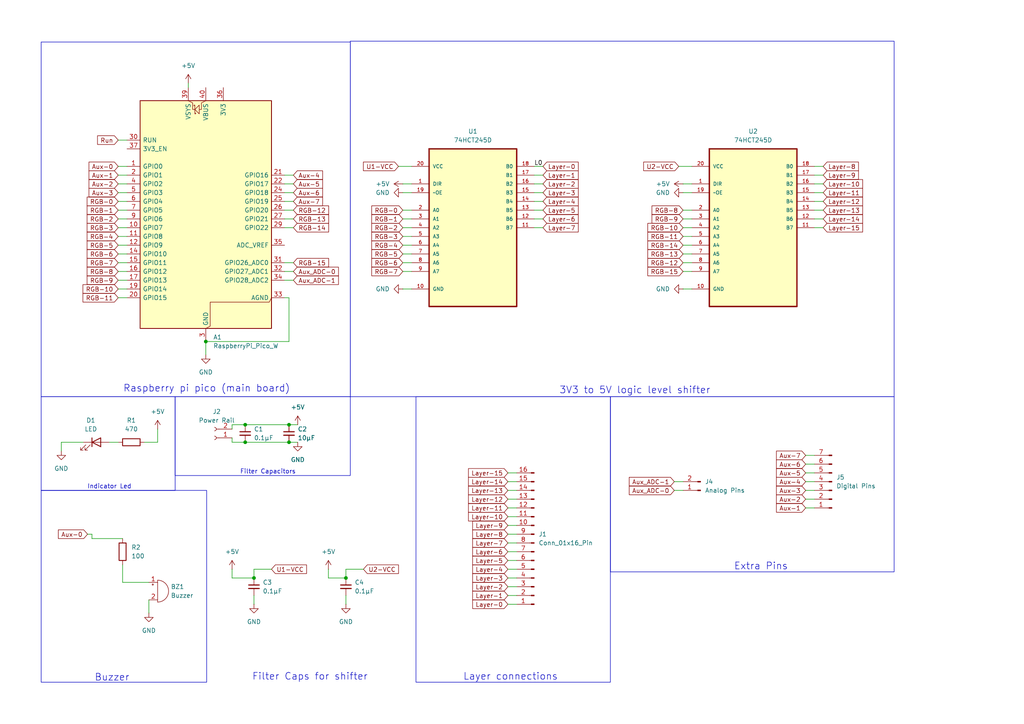
<source format=kicad_sch>
(kicad_sch (version 20250114) (generator "eeschema") (generator_version "9.0")
  (paper "A4")
  (title_block (title "Main - PCB") (date "2025-07-06") (rev "1") (company "N/A"))
  (lib_symbols
    (symbol "74HCT245D:74HCT245D" (pin_names (offset 1.016))
      (property "Reference" "U" (at -5.3701 23.1091 0))
      (property "Value" "74HCT245D" (at -3.4595 -30.2704 0))
      (symbol "74HCT245D_0_0"
        (rectangle (start -12.7 -25.4) (end 12.7 20.32) (stroke (width 0.4064)) (fill (type background)))
        (pin power_in line (at -17.78 15.24 0) (length 5.08) (name "VCC") (number "20"))
        (pin passive line (at -17.78 10.16 0) (length 5.08) (name "DIR") (number "1"))
        (pin input line (at -17.78 7.62 0) (length 5.08) (name "~OE") (number "19"))
        (pin bidirectional line (at -17.78 2.54 0) (length 5.08) (name "A0") (number "2"))
        (pin bidirectional line (at -17.78 0 0) (length 5.08) (name "A1") (number "3"))
        (pin bidirectional line (at -17.78 -2.54 0) (length 5.08) (name "A2") (number "4"))
        (pin bidirectional line (at -17.78 -5.08 0) (length 5.08) (name "A3") (number "5"))
        (pin bidirectional line (at -17.78 -7.62 0) (length 5.08) (name "A4") (number "6"))
        (pin bidirectional line (at -17.78 -10.16 0) (length 5.08) (name "A5") (number "7"))
        (pin bidirectional line (at -17.78 -12.7 0) (length 5.08) (name "A6") (number "8"))
        (pin bidirectional line (at -17.78 -15.24 0) (length 5.08) (name "A7") (number "9"))
        (pin passive line (at -17.78 -20.32 0) (length 5.08) (name "GND") (number "10"))
        (pin bidirectional line (at 17.78 15.24 180) (length 5.08) (name "B0") (number "18"))
        (pin bidirectional line (at 17.78 12.7 180) (length 5.08) (name "B1") (number "17"))
        (pin bidirectional line (at 17.78 10.16 180) (length 5.08) (name "B2") (number "16"))
        (pin bidirectional line (at 17.78 7.62 180) (length 5.08) (name "B3") (number "15"))
        (pin bidirectional line (at 17.78 5.08 180) (length 5.08) (name "B4") (number "14"))
        (pin bidirectional line (at 17.78 2.54 180) (length 5.08) (name "B5") (number "13"))
        (pin bidirectional line (at 17.78 0 180) (length 5.08) (name "B6") (number "12"))
        (pin bidirectional line (at 17.78 -2.54 180) (length 5.08) (name "B7") (number "11"))
      )
    )
    (symbol "Connector:Conn_01x02_Pin" (pin_names (offset 1.016) (hide yes))
      (property "Reference" "J" (at 0 2.54 0))
      (property "Value" "Conn_01x02_Pin" (at 0 -5.08 0))
      (symbol "Conn_01x02_Pin_1_1"
        (rectangle (start 0.8636 0.127) (end 0 -0.127) (stroke (width 0.1524)) (fill (type outline)))
        (rectangle (start 0.8636 -2.413) (end 0 -2.667) (stroke (width 0.1524)) (fill (type outline)))
        (polyline (pts (xy 1.27 0) (xy 0.8636 0)) (stroke (width 0.1524)))
        (polyline (pts (xy 1.27 -2.54) (xy 0.8636 -2.54)) (stroke (width 0.1524)))
        (pin passive line (at 5.08 0 180) (length 3.81) (name "Pin_1") (number "1"))
        (pin passive line (at 5.08 -2.54 180) (length 3.81) (name "Pin_2") (number "2"))
      )
    )
    (symbol "Connector:Conn_01x02_Socket" (pin_names (offset 1.016) (hide yes))
      (property "Reference" "J" (at 0 2.54 0))
      (property "Value" "Conn_01x02_Socket" (at 0 -5.08 0))
      (symbol "Conn_01x02_Socket_1_1"
        (polyline (pts (xy -1.27 0) (xy -0.508 0)) (stroke (width 0.1524)))
        (polyline (pts (xy -1.27 -2.54) (xy -0.508 -2.54)) (stroke (width 0.1524)))
        (arc (start 0 -0.508) (mid -0.5058 0) (end 0 0.508) (stroke (width 0.1524)))
        (arc (start 0 -3.048) (mid -0.5058 -2.54) (end 0 -2.032) (stroke (width 0.1524)))
        (pin passive line (at -5.08 0 0) (length 3.81) (name "Pin_1") (number "1"))
        (pin passive line (at -5.08 -2.54 0) (length 3.81) (name "Pin_2") (number "2"))
      )
    )
    (symbol "Connector:Conn_01x07_Pin" (pin_names (offset 1.016) (hide yes))
      (property "Reference" "J" (at 0 10.16 0))
      (property "Value" "Conn_01x07_Pin" (at 0 -10.16 0))
      (symbol "Conn_01x07_Pin_1_1"
        (rectangle (start 0.8636 7.747) (end 0 7.493) (stroke (width 0.1524)) (fill (type outline)))
        (rectangle (start 0.8636 5.207) (end 0 4.953) (stroke (width 0.1524)) (fill (type outline)))
        (rectangle (start 0.8636 2.667) (end 0 2.413) (stroke (width 0.1524)) (fill (type outline)))
        (rectangle (start 0.8636 0.127) (end 0 -0.127) (stroke (width 0.1524)) (fill (type outline)))
        (rectangle (start 0.8636 -2.413) (end 0 -2.667) (stroke (width 0.1524)) (fill (type outline)))
        (rectangle (start 0.8636 -4.953) (end 0 -5.207) (stroke (width 0.1524)) (fill (type outline)))
        (rectangle (start 0.8636 -7.493) (end 0 -7.747) (stroke (width 0.1524)) (fill (type outline)))
        (polyline (pts (xy 1.27 7.62) (xy 0.8636 7.62)) (stroke (width 0.1524)))
        (polyline (pts (xy 1.27 5.08) (xy 0.8636 5.08)) (stroke (width 0.1524)))
        (polyline (pts (xy 1.27 2.54) (xy 0.8636 2.54)) (stroke (width 0.1524)))
        (polyline (pts (xy 1.27 0) (xy 0.8636 0)) (stroke (width 0.1524)))
        (polyline (pts (xy 1.27 -2.54) (xy 0.8636 -2.54)) (stroke (width 0.1524)))
        (polyline (pts (xy 1.27 -5.08) (xy 0.8636 -5.08)) (stroke (width 0.1524)))
        (polyline (pts (xy 1.27 -7.62) (xy 0.8636 -7.62)) (stroke (width 0.1524)))
        (pin passive line (at 5.08 7.62 180) (length 3.81) (name "Pin_1") (number "1"))
        (pin passive line (at 5.08 5.08 180) (length 3.81) (name "Pin_2") (number "2"))
        (pin passive line (at 5.08 2.54 180) (length 3.81) (name "Pin_3") (number "3"))
        (pin passive line (at 5.08 0 180) (length 3.81) (name "Pin_4") (number "4"))
        (pin passive line (at 5.08 -2.54 180) (length 3.81) (name "Pin_5") (number "5"))
        (pin passive line (at 5.08 -5.08 180) (length 3.81) (name "Pin_6") (number "6"))
        (pin passive line (at 5.08 -7.62 180) (length 3.81) (name "Pin_7") (number "7"))
      )
    )
    (symbol "Connector:Conn_01x16_Pin" (pin_names (offset 1.016) (hide yes))
      (property "Reference" "J" (at 0 20.32 0))
      (property "Value" "Conn_01x16_Pin" (at 0 -22.86 0))
      (symbol "Conn_01x16_Pin_1_1"
        (rectangle (start 0.8636 17.907) (end 0 17.653) (stroke (width 0.1524)) (fill (type outline)))
        (rectangle (start 0.8636 15.367) (end 0 15.113) (stroke (width 0.1524)) (fill (type outline)))
        (rectangle (start 0.8636 12.827) (end 0 12.573) (stroke (width 0.1524)) (fill (type outline)))
        (rectangle (start 0.8636 10.287) (end 0 10.033) (stroke (width 0.1524)) (fill (type outline)))
        (rectangle (start 0.8636 7.747) (end 0 7.493) (stroke (width 0.1524)) (fill (type outline)))
        (rectangle (start 0.8636 5.207) (end 0 4.953) (stroke (width 0.1524)) (fill (type outline)))
        (rectangle (start 0.8636 2.667) (end 0 2.413) (stroke (width 0.1524)) (fill (type outline)))
        (rectangle (start 0.8636 0.127) (end 0 -0.127) (stroke (width 0.1524)) (fill (type outline)))
        (rectangle (start 0.8636 -2.413) (end 0 -2.667) (stroke (width 0.1524)) (fill (type outline)))
        (rectangle (start 0.8636 -4.953) (end 0 -5.207) (stroke (width 0.1524)) (fill (type outline)))
        (rectangle (start 0.8636 -7.493) (end 0 -7.747) (stroke (width 0.1524)) (fill (type outline)))
        (rectangle (start 0.8636 -10.033) (end 0 -10.287) (stroke (width 0.1524)) (fill (type outline)))
        (rectangle (start 0.8636 -12.573) (end 0 -12.827) (stroke (width 0.1524)) (fill (type outline)))
        (rectangle (start 0.8636 -15.113) (end 0 -15.367) (stroke (width 0.1524)) (fill (type outline)))
        (rectangle (start 0.8636 -17.653) (end 0 -17.907) (stroke (width 0.1524)) (fill (type outline)))
        (rectangle (start 0.8636 -20.193) (end 0 -20.447) (stroke (width 0.1524)) (fill (type outline)))
        (polyline (pts (xy 1.27 17.78) (xy 0.8636 17.78)) (stroke (width 0.1524)))
        (polyline (pts (xy 1.27 15.24) (xy 0.8636 15.24)) (stroke (width 0.1524)))
        (polyline (pts (xy 1.27 12.7) (xy 0.8636 12.7)) (stroke (width 0.1524)))
        (polyline (pts (xy 1.27 10.16) (xy 0.8636 10.16)) (stroke (width 0.1524)))
        (polyline (pts (xy 1.27 7.62) (xy 0.8636 7.62)) (stroke (width 0.1524)))
        (polyline (pts (xy 1.27 5.08) (xy 0.8636 5.08)) (stroke (width 0.1524)))
        (polyline (pts (xy 1.27 2.54) (xy 0.8636 2.54)) (stroke (width 0.1524)))
        (polyline (pts (xy 1.27 0) (xy 0.8636 0)) (stroke (width 0.1524)))
        (polyline (pts (xy 1.27 -2.54) (xy 0.8636 -2.54)) (stroke (width 0.1524)))
        (polyline (pts (xy 1.27 -5.08) (xy 0.8636 -5.08)) (stroke (width 0.1524)))
        (polyline (pts (xy 1.27 -7.62) (xy 0.8636 -7.62)) (stroke (width 0.1524)))
        (polyline (pts (xy 1.27 -10.16) (xy 0.8636 -10.16)) (stroke (width 0.1524)))
        (polyline (pts (xy 1.27 -12.7) (xy 0.8636 -12.7)) (stroke (width 0.1524)))
        (polyline (pts (xy 1.27 -15.24) (xy 0.8636 -15.24)) (stroke (width 0.1524)))
        (polyline (pts (xy 1.27 -17.78) (xy 0.8636 -17.78)) (stroke (width 0.1524)))
        (polyline (pts (xy 1.27 -20.32) (xy 0.8636 -20.32)) (stroke (width 0.1524)))
        (pin passive line (at 5.08 17.78 180) (length 3.81) (name "Pin_1") (number "1"))
        (pin passive line (at 5.08 15.24 180) (length 3.81) (name "Pin_2") (number "2"))
        (pin passive line (at 5.08 12.7 180) (length 3.81) (name "Pin_3") (number "3"))
        (pin passive line (at 5.08 10.16 180) (length 3.81) (name "Pin_4") (number "4"))
        (pin passive line (at 5.08 7.62 180) (length 3.81) (name "Pin_5") (number "5"))
        (pin passive line (at 5.08 5.08 180) (length 3.81) (name "Pin_6") (number "6"))
        (pin passive line (at 5.08 2.54 180) (length 3.81) (name "Pin_7") (number "7"))
        (pin passive line (at 5.08 0 180) (length 3.81) (name "Pin_8") (number "8"))
        (pin passive line (at 5.08 -2.54 180) (length 3.81) (name "Pin_9") (number "9"))
        (pin passive line (at 5.08 -5.08 180) (length 3.81) (name "Pin_10") (number "10"))
        (pin passive line (at 5.08 -7.62 180) (length 3.81) (name "Pin_11") (number "11"))
        (pin passive line (at 5.08 -10.16 180) (length 3.81) (name "Pin_12") (number "12"))
        (pin passive line (at 5.08 -12.7 180) (length 3.81) (name "Pin_13") (number "13"))
        (pin passive line (at 5.08 -15.24 180) (length 3.81) (name "Pin_14") (number "14"))
        (pin passive line (at 5.08 -17.78 180) (length 3.81) (name "Pin_15") (number "15"))
        (pin passive line (at 5.08 -20.32 180) (length 3.81) (name "Pin_16") (number "16"))
      )
    )
    (symbol "Device:Buzzer" (pin_names (offset 0.0254) (hide yes))
      (property "Reference" "BZ" (at 3.81 1.27 0))
      (property "Value" "Buzzer" (at 3.81 -1.27 0))
      (symbol "Buzzer_0_1"
        (polyline (pts (xy -1.651 1.905) (xy -1.143 1.905)))
        (polyline (pts (xy -1.397 2.159) (xy -1.397 1.651)))
        (arc (start 0 3.175) (mid 3.1612 0) (end 0 -3.175))
        (polyline (pts (xy 0 3.175) (xy 0 -3.175)))
      )
      (symbol "Buzzer_1_1"
        (pin passive line (at -2.54 2.54 0) (length 2.54) (name "+") (number "1"))
        (pin passive line (at -2.54 -2.54 0) (length 2.54) (name "-") (number "2"))
      )
    )
    (symbol "Device:C_Small" (pin_numbers (hide yes)) (pin_names (offset 0.254) (hide yes))
      (property "Reference" "C" (at 0.254 1.778 0))
      (property "Value" "C_Small" (at 0.254 -2.032 0))
      (symbol "C_Small_0_1"
        (polyline (pts (xy -1.524 0.508) (xy 1.524 0.508)) (stroke (width 0.3048)))
        (polyline (pts (xy -1.524 -0.508) (xy 1.524 -0.508)) (stroke (width 0.3302)))
      )
      (symbol "C_Small_1_1"
        (pin passive line (at 0 2.54 270) (length 2.032) (name "~") (number "1"))
        (pin passive line (at 0 -2.54 90) (length 2.032) (name "~") (number "2"))
      )
    )
    (symbol "Device:LED" (pin_numbers (hide yes)) (pin_names (offset 1.016) (hide yes))
      (property "Reference" "D" (at 0 2.54 0))
      (property "Value" "LED" (at 0 -2.54 0))
      (symbol "LED_0_1"
        (polyline (pts (xy -3.048 -0.762) (xy -4.572 -2.286) (xy -3.81 -2.286) (xy -4.572 -2.286) (xy -4.572 -1.524)))
        (polyline (pts (xy -1.778 -0.762) (xy -3.302 -2.286) (xy -2.54 -2.286) (xy -3.302 -2.286) (xy -3.302 -1.524)))
        (polyline (pts (xy -1.27 0) (xy 1.27 0)))
        (polyline (pts (xy -1.27 -1.27) (xy -1.27 1.27)) (stroke (width 0.254)))
        (polyline (pts (xy 1.27 -1.27) (xy 1.27 1.27) (xy -1.27 0) (xy 1.27 -1.27)) (stroke (width 0.254)))
      )
      (symbol "LED_1_1"
        (pin passive line (at -3.81 0 0) (length 2.54) (name "K") (number "1"))
        (pin passive line (at 3.81 0 180) (length 2.54) (name "A") (number "2"))
      )
    )
    (symbol "Device:R" (pin_numbers (hide yes)) (pin_names (offset 0))
      (property "Reference" "R" (at 2.032 0 90))
      (property "Value" "R" (at 0 0 90))
      (symbol "R_0_1"
        (rectangle (start -1.016 -2.54) (end 1.016 2.54) (stroke (width 0.254)))
      )
      (symbol "R_1_1"
        (pin passive line (at 0 3.81 270) (length 1.27) (name "~") (number "1"))
        (pin passive line (at 0 -3.81 90) (length 1.27) (name "~") (number "2"))
      )
    )
    (symbol "MCU_Module:RaspberryPi_Pico_W" (pin_names (offset 0.762))
      (property "Reference" "A" (at -19.05 35.56 0))
      (property "Value" "RaspberryPi_Pico_W" (at 7.62 35.56 0))
      (symbol "RaspberryPi_Pico_W_0_1"
        (rectangle (start -19.05 34.29) (end 19.05 -31.75) (stroke (width 0.254)) (fill (type background)))
        (polyline (pts (xy -5.08 34.29) (xy -3.81 33.655) (xy -3.81 31.75) (xy -3.175 31.75)))
        (polyline (pts (xy -3.429 32.766) (xy -3.429 33.02) (xy -3.175 33.02) (xy -3.175 30.48) (xy -2.921 30.48) (xy -2.921 30.734)))
        (polyline (pts (xy -3.175 31.75) (xy -1.905 33.02) (xy -1.905 30.48) (xy -3.175 31.75)))
        (polyline (pts (xy 0 34.29) (xy -1.27 33.655) (xy -1.27 31.75) (xy -1.905 31.75)))
        (polyline (pts (xy 0 -31.75) (xy 1.27 -31.115) (xy 1.27 -24.13) (xy 18.415 -24.13) (xy 19.05 -22.86)))
      )
      (symbol "RaspberryPi_Pico_W_1_1"
        (pin passive line (at -22.86 22.86 0) (length 3.81) (name "RUN") (number "30"))
        (pin passive line (at -22.86 20.32 0) (length 3.81) (name "3V3_EN") (number "37"))
        (pin bidirectional line (at -22.86 15.24 0) (length 3.81) (name "GPIO0") (number "1"))
        (pin bidirectional line (at -22.86 12.7 0) (length 3.81) (name "GPIO1") (number "2"))
        (pin bidirectional line (at -22.86 10.16 0) (length 3.81) (name "GPIO2") (number "4"))
        (pin bidirectional line (at -22.86 7.62 0) (length 3.81) (name "GPIO3") (number "5"))
        (pin bidirectional line (at -22.86 5.08 0) (length 3.81) (name "GPIO4") (number "6"))
        (pin bidirectional line (at -22.86 2.54 0) (length 3.81) (name "GPIO5") (number "7"))
        (pin bidirectional line (at -22.86 0 0) (length 3.81) (name "GPIO6") (number "9"))
        (pin bidirectional line (at -22.86 -2.54 0) (length 3.81) (name "GPIO7") (number "10"))
        (pin bidirectional line (at -22.86 -5.08 0) (length 3.81) (name "GPIO8") (number "11"))
        (pin bidirectional line (at -22.86 -7.62 0) (length 3.81) (name "GPIO9") (number "12"))
        (pin bidirectional line (at -22.86 -10.16 0) (length 3.81) (name "GPIO10") (number "14"))
        (pin bidirectional line (at -22.86 -12.7 0) (length 3.81) (name "GPIO11") (number "15"))
        (pin bidirectional line (at -22.86 -15.24 0) (length 3.81) (name "GPIO12") (number "16"))
        (pin bidirectional line (at -22.86 -17.78 0) (length 3.81) (name "GPIO13") (number "17"))
        (pin bidirectional line (at -22.86 -20.32 0) (length 3.81) (name "GPIO14") (number "19"))
        (pin bidirectional line (at -22.86 -22.86 0) (length 3.81) (name "GPIO15") (number "20"))
        (pin power_in line (at -5.08 38.1 270) (length 3.81) (name "VSYS") (number "39"))
        (pin power_out line (at 0 38.1 270) (length 3.81) (name "VBUS") (number "40"))
        (pin passive line (at 0 -35.56 90) (length 3.81) (hide yes) (name "GND") (number "13"))
        (pin passive line (at 0 -35.56 90) (length 3.81) (hide yes) (name "GND") (number "18"))
        (pin passive line (at 0 -35.56 90) (length 3.81) (hide yes) (name "GND") (number "23"))
        (pin passive line (at 0 -35.56 90) (length 3.81) (hide yes) (name "GND") (number "28"))
        (pin power_out line (at 0 -35.56 90) (length 3.81) (name "GND") (number "3"))
        (pin passive line (at 0 -35.56 90) (length 3.81) (hide yes) (name "GND") (number "38"))
        (pin passive line (at 0 -35.56 90) (length 3.81) (hide yes) (name "GND") (number "8"))
        (pin power_out line (at 5.08 38.1 270) (length 3.81) (name "3V3") (number "36"))
        (pin bidirectional line (at 22.86 12.7 180) (length 3.81) (name "GPIO16") (number "21"))
        (pin bidirectional line (at 22.86 10.16 180) (length 3.81) (name "GPIO17") (number "22"))
        (pin bidirectional line (at 22.86 7.62 180) (length 3.81) (name "GPIO18") (number "24"))
        (pin bidirectional line (at 22.86 5.08 180) (length 3.81) (name "GPIO19") (number "25"))
        (pin bidirectional line (at 22.86 2.54 180) (length 3.81) (name "GPIO20") (number "26"))
        (pin bidirectional line (at 22.86 0 180) (length 3.81) (name "GPIO21") (number "27"))
        (pin bidirectional line (at 22.86 -2.54 180) (length 3.81) (name "GPIO22") (number "29"))
        (pin power_in line (at 22.86 -7.62 180) (length 3.81) (name "ADC_VREF") (number "35"))
        (pin bidirectional line (at 22.86 -12.7 180) (length 3.81) (name "GPIO26_ADC0") (number "31"))
        (pin bidirectional line (at 22.86 -15.24 180) (length 3.81) (name "GPIO27_ADC1") (number "32"))
        (pin bidirectional line (at 22.86 -17.78 180) (length 3.81) (name "GPIO28_ADC2") (number "34"))
        (pin power_out line (at 22.86 -22.86 180) (length 3.81) (name "AGND") (number "33"))
      )
    )
    (symbol "power:+5V" (power) (pin_numbers (hide yes)) (pin_names (offset 0) (hide yes))
      (property "Value" "+5V" (at 0 3.556 0))
      (symbol "+5V_0_1"
        (polyline (pts (xy -0.762 1.27) (xy 0 2.54)))
        (polyline (pts (xy 0 2.54) (xy 0.762 1.27)))
        (polyline (pts (xy 0 0) (xy 0 2.54)))
      )
      (symbol "+5V_1_1"
        (pin power_in line (at 0 0 90) (length 0) (name "~") (number "1"))
      )
    )
    (symbol "power:GND" (power) (pin_numbers (hide yes)) (pin_names (offset 0) (hide yes))
      (property "Value" "GND" (at 0 -3.81 0))
      (symbol "GND_0_1"
        (polyline (pts (xy 0 0) (xy 0 -1.27) (xy 1.27 -1.27) (xy 0 -2.54) (xy -1.27 -1.27) (xy 0 -1.27)))
      )
      (symbol "GND_1_1"
        (pin power_in line (at 0 0 270) (length 0) (name "~") (number "1"))
      )
    )
  )
  (rectangle (start 177.038 115.062) (end 259.334 165.862))
  (rectangle (start 50.8 115.062) (end 101.6 137.922))
  (rectangle (start 11.938 12.192) (end 101.6 115.062))
  (rectangle (start 11.938 115.062) (end 50.8 142.24))
  (rectangle (start 11.938 142.24) (end 59.944 197.866))
  (rectangle (start 101.6 11.938) (end 259.334 115.062))
  (rectangle (start 120.65 115.062) (end 177.038 197.866))
  (text "Extra Pins\n" (at 220.726 164.338 0) (effects (font (size 2 2))))
  (text "3V3 to 5V logic level shifter\n" (at 184.15 113.284 0) (effects (font (size 2 2))))
  (text "Filter Caps for shifter\n" (at 89.916 196.342 0) (effects (font (size 2 2))))
  (text "Indicator Led\n" (at 31.75 141.224 0) (effects (font (size 1.27 1.27))))
  (text "Filter Capacitors\n" (at 77.724 136.906 0) (effects (font (size 1.27 1.27))))
  (text "Layer connections\n" (at 148.082 196.342 0) (effects (font (size 2 2))))
  (text "Buzzer" (at 32.512 196.596 0) (effects (font (size 2 2))))
  (text "Raspberry pi pico (main board) \n" (at 60.706 112.776 0) (effects (font (size 2 2))))
  (junction (at 59.69 99.06))
  (junction (at 83.82 123.19))
  (junction (at 71.12 128.27))
  (junction (at 71.12 123.19))
  (junction (at 73.66 167.64))
  (junction (at 83.82 128.27))
  (junction (at 100.33 167.64))
  (wire (pts (xy 147.32 147.32) (xy 149.86 147.32)))
  (wire (pts (xy 233.68 137.16) (xy 236.22 137.16)))
  (wire (pts (xy 45.72 124.46) (xy 45.72 128.27)))
  (wire (pts (xy 34.29 66.04) (xy 36.83 66.04)))
  (wire (pts (xy 236.22 48.26) (xy 238.76 48.26)))
  (wire (pts (xy 73.66 165.1) (xy 73.66 167.64)))
  (wire (pts (xy 116.84 63.5) (xy 119.38 63.5)))
  (wire (pts (xy 147.32 154.94) (xy 149.86 154.94)))
  (wire (pts (xy 34.29 83.82) (xy 36.83 83.82)))
  (wire (pts (xy 82.55 81.28) (xy 85.09 81.28)))
  (wire (pts (xy 116.84 66.04) (xy 119.38 66.04)))
  (wire (pts (xy 147.32 139.7) (xy 149.86 139.7)))
  (wire (pts (xy 147.32 142.24) (xy 149.86 142.24)))
  (wire (pts (xy 82.55 50.8) (xy 85.09 50.8)))
  (wire (pts (xy 67.31 167.64) (xy 73.66 167.64)))
  (wire (pts (xy 195.58 142.24) (xy 198.12 142.24)))
  (wire (pts (xy 73.66 172.72) (xy 73.66 175.26)))
  (wire (pts (xy 147.32 162.56) (xy 149.86 162.56)))
  (wire (pts (xy 34.29 73.66) (xy 36.83 73.66)))
  (wire (pts (xy 100.33 172.72) (xy 100.33 175.26)))
  (wire (pts (xy 198.12 83.82) (xy 200.66 83.82)))
  (wire (pts (xy 198.12 76.2) (xy 200.66 76.2)))
  (wire (pts (xy 34.29 78.74) (xy 36.83 78.74)))
  (wire (pts (xy 147.32 160.02) (xy 149.86 160.02)))
  (wire (pts (xy 154.94 63.5) (xy 157.48 63.5)))
  (wire (pts (xy 59.69 99.06) (xy 59.69 102.87)))
  (wire (pts (xy 116.84 55.88) (xy 119.38 55.88)))
  (wire (pts (xy 17.78 128.27) (xy 24.13 128.27)))
  (wire (pts (xy 147.32 167.64) (xy 149.86 167.64)))
  (wire (pts (xy 236.22 66.04) (xy 238.76 66.04)))
  (wire (pts (xy 233.68 142.24) (xy 236.22 142.24)))
  (wire (pts (xy 154.94 60.96) (xy 157.48 60.96)))
  (wire (pts (xy 154.94 50.8) (xy 157.48 50.8)))
  (wire (pts (xy 233.68 147.32) (xy 236.22 147.32)))
  (wire (pts (xy 147.32 165.1) (xy 149.86 165.1)))
  (wire (pts (xy 35.56 163.83) (xy 35.56 168.91)))
  (wire (pts (xy 116.84 68.58) (xy 119.38 68.58)))
  (wire (pts (xy 198.12 55.88) (xy 200.66 55.88)))
  (wire (pts (xy 236.22 53.34) (xy 238.76 53.34)))
  (wire (pts (xy 95.25 165.1) (xy 95.25 167.64)))
  (wire (pts (xy 115.57 48.26) (xy 119.38 48.26)))
  (wire (pts (xy 154.94 55.88) (xy 157.48 55.88)))
  (wire (pts (xy 116.84 53.34) (xy 119.38 53.34)))
  (wire (pts (xy 154.94 66.04) (xy 157.48 66.04)))
  (wire (pts (xy 198.12 73.66) (xy 200.66 73.66)))
  (wire (pts (xy 82.55 58.42) (xy 85.09 58.42)))
  (wire (pts (xy 116.84 76.2) (xy 119.38 76.2)))
  (wire (pts (xy 67.31 165.1) (xy 67.31 167.64)))
  (wire (pts (xy 67.31 127) (xy 67.31 128.27)))
  (wire (pts (xy 43.18 173.99) (xy 43.18 177.8)))
  (wire (pts (xy 198.12 63.5) (xy 200.66 63.5)))
  (wire (pts (xy 147.32 172.72) (xy 149.86 172.72)))
  (wire (pts (xy 198.12 78.74) (xy 200.66 78.74)))
  (wire (pts (xy 71.12 123.19) (xy 83.82 123.19)))
  (wire (pts (xy 82.55 60.96) (xy 85.09 60.96)))
  (wire (pts (xy 82.55 55.88) (xy 85.09 55.88)))
  (wire (pts (xy 198.12 71.12) (xy 200.66 71.12)))
  (wire (pts (xy 198.12 68.58) (xy 200.66 68.58)))
  (wire (pts (xy 105.41 165.1) (xy 100.33 165.1)))
  (wire (pts (xy 34.29 60.96) (xy 36.83 60.96)))
  (wire (pts (xy 236.22 58.42) (xy 238.76 58.42)))
  (wire (pts (xy 116.84 83.82) (xy 119.38 83.82)))
  (wire (pts (xy 31.75 128.27) (xy 34.29 128.27)))
  (wire (pts (xy 147.32 175.26) (xy 149.86 175.26)))
  (wire (pts (xy 82.55 53.34) (xy 85.09 53.34)))
  (wire (pts (xy 100.33 165.1) (xy 100.33 167.64)))
  (wire (pts (xy 147.32 170.18) (xy 149.86 170.18)))
  (wire (pts (xy 34.29 63.5) (xy 36.83 63.5)))
  (wire (pts (xy 233.68 144.78) (xy 236.22 144.78)))
  (wire (pts (xy 116.84 73.66) (xy 119.38 73.66)))
  (wire (pts (xy 198.12 60.96) (xy 200.66 60.96)))
  (wire (pts (xy 83.82 128.27) (xy 86.36 128.27)))
  (wire (pts (xy 67.31 124.46) (xy 67.31 123.19)))
  (wire (pts (xy 195.58 139.7) (xy 198.12 139.7)))
  (wire (pts (xy 236.22 60.96) (xy 238.76 60.96)))
  (wire (pts (xy 54.61 25.4) (xy 54.61 24.13)))
  (wire (pts (xy 34.29 58.42) (xy 36.83 58.42)))
  (wire (pts (xy 34.29 55.88) (xy 36.83 55.88)))
  (wire (pts (xy 233.68 134.62) (xy 236.22 134.62)))
  (wire (pts (xy 67.31 128.27) (xy 71.12 128.27)))
  (wire (pts (xy 34.29 68.58) (xy 36.83 68.58)))
  (wire (pts (xy 17.78 130.81) (xy 17.78 128.27)))
  (wire (pts (xy 95.25 167.64) (xy 100.33 167.64)))
  (wire (pts (xy 34.29 50.8) (xy 36.83 50.8)))
  (wire (pts (xy 34.29 81.28) (xy 36.83 81.28)))
  (wire (pts (xy 116.84 60.96) (xy 119.38 60.96)))
  (wire (pts (xy 147.32 149.86) (xy 149.86 149.86)))
  (wire (pts (xy 82.55 63.5) (xy 85.09 63.5)))
  (wire (pts (xy 34.29 40.64) (xy 36.83 40.64)))
  (wire (pts (xy 82.55 76.2) (xy 85.09 76.2)))
  (wire (pts (xy 236.22 63.5) (xy 238.76 63.5)))
  (wire (pts (xy 67.31 123.19) (xy 71.12 123.19)))
  (wire (pts (xy 147.32 144.78) (xy 149.86 144.78)))
  (wire (pts (xy 83.82 86.36) (xy 83.82 99.06)))
  (wire (pts (xy 34.29 48.26) (xy 36.83 48.26)))
  (wire (pts (xy 147.32 137.16) (xy 149.86 137.16)))
  (wire (pts (xy 147.32 157.48) (xy 149.86 157.48)))
  (wire (pts (xy 116.84 78.74) (xy 119.38 78.74)))
  (wire (pts (xy 43.18 168.91) (xy 35.56 168.91)))
  (wire (pts (xy 233.68 132.08) (xy 236.22 132.08)))
  (wire (pts (xy 41.91 128.27) (xy 45.72 128.27)))
  (wire (pts (xy 83.82 123.19) (xy 86.36 123.19)))
  (wire (pts (xy 34.29 71.12) (xy 36.83 71.12)))
  (wire (pts (xy 34.29 53.34) (xy 36.83 53.34)))
  (wire (pts (xy 154.94 53.34) (xy 157.48 53.34)))
  (wire (pts (xy 198.12 53.34) (xy 200.66 53.34)))
  (wire (pts (xy 34.29 76.2) (xy 36.83 76.2)))
  (wire (pts (xy 233.68 139.7) (xy 236.22 139.7)))
  (wire (pts (xy 154.94 48.26) (xy 157.48 48.26)))
  (wire (pts (xy 34.29 86.36) (xy 36.83 86.36)))
  (wire (pts (xy 26.67 154.94) (xy 25.4 154.94)))
  (wire (pts (xy 78.74 165.1) (xy 73.66 165.1)))
  (wire (pts (xy 147.32 152.4) (xy 149.86 152.4)))
  (wire (pts (xy 71.12 128.27) (xy 83.82 128.27)))
  (wire (pts (xy 35.56 156.21) (xy 26.67 156.21)))
  (wire (pts (xy 82.55 78.74) (xy 85.09 78.74)))
  (wire (pts (xy 26.67 156.21) (xy 26.67 154.94)))
  (wire (pts (xy 83.82 86.36) (xy 82.55 86.36)))
  (wire (pts (xy 198.12 66.04) (xy 200.66 66.04)))
  (wire (pts (xy 196.85 48.26) (xy 200.66 48.26)))
  (wire (pts (xy 59.69 99.06) (xy 83.82 99.06)))
  (wire (pts (xy 236.22 55.88) (xy 238.76 55.88)))
  (wire (pts (xy 236.22 50.8) (xy 238.76 50.8)))
  (wire (pts (xy 82.55 66.04) (xy 85.09 66.04)))
  (wire (pts (xy 154.94 58.42) (xy 157.48 58.42)))
  (wire (pts (xy 116.84 71.12) (xy 119.38 71.12)))
  (label "L0" (at 154.94 48.26 0))
  (global_label "Layer-13" (shape input) (at 238.76 60.96 0) (property "Intersheetrefs" "${INTERSHEET_REFS}" (effects (hide yes))))
  (global_label "Layer-3" (shape input) (at 157.48 55.88 0) (property "Intersheetrefs" "${INTERSHEET_REFS}" (effects (hide yes))))
  (global_label "Layer-7" (shape input) (at 147.32 157.48 180) (property "Intersheetrefs" "${INTERSHEET_REFS}" (effects (hide yes))))
  (global_label "Layer-9" (shape input) (at 147.32 152.4 180) (property "Intersheetrefs" "${INTERSHEET_REFS}" (effects (hide yes))))
  (global_label "Layer-1" (shape input) (at 157.48 50.8 0) (property "Intersheetrefs" "${INTERSHEET_REFS}" (effects (hide yes))))
  (global_label "RGB-8" (shape input) (at 34.29 78.74 180) (property "Intersheetrefs" "${INTERSHEET_REFS}" (effects (hide yes))))
  (global_label "RGB-9" (shape input) (at 198.12 63.5 180) (property "Intersheetrefs" "${INTERSHEET_REFS}" (effects (hide yes))))
  (global_label "U1-VCC" (shape input) (at 115.57 48.26 180) (property "Intersheetrefs" "${INTERSHEET_REFS}" (effects (hide yes))))
  (global_label "Layer-15" (shape input) (at 147.32 137.16 180) (property "Intersheetrefs" "${INTERSHEET_REFS}" (effects (hide yes))))
  (global_label "RGB-4" (shape input) (at 34.29 68.58 180) (property "Intersheetrefs" "${INTERSHEET_REFS}" (effects (hide yes))))
  (global_label "RGB-9" (shape input) (at 34.29 81.28 180) (property "Intersheetrefs" "${INTERSHEET_REFS}" (effects (hide yes))))
  (global_label "Aux_ADC-0" (shape input) (at 85.09 78.74 0) (property "Intersheetrefs" "${INTERSHEET_REFS}" (effects (hide yes))))
  (global_label "Layer-14" (shape input) (at 147.32 139.7 180) (property "Intersheetrefs" "${INTERSHEET_REFS}" (effects (hide yes))))
  (global_label "RGB-10" (shape input) (at 34.29 83.82 180) (property "Intersheetrefs" "${INTERSHEET_REFS}" (effects (hide yes))))
  (global_label "Layer-5" (shape input) (at 147.32 162.56 180) (property "Intersheetrefs" "${INTERSHEET_REFS}" (effects (hide yes))))
  (global_label "Aux_ADC-1" (shape input) (at 85.09 81.28 0) (property "Intersheetrefs" "${INTERSHEET_REFS}" (effects (hide yes))))
  (global_label "Aux-1" (shape input) (at 34.29 50.8 180) (property "Intersheetrefs" "${INTERSHEET_REFS}" (effects (hide yes))))
  (global_label "Aux_ADC-1" (shape input) (at 195.58 139.7 180) (property "Intersheetrefs" "${INTERSHEET_REFS}" (effects (hide yes))))
  (global_label "RGB-3" (shape input) (at 116.84 68.58 180) (property "Intersheetrefs" "${INTERSHEET_REFS}" (effects (hide yes))))
  (global_label "RGB-5" (shape input) (at 34.29 71.12 180) (property "Intersheetrefs" "${INTERSHEET_REFS}" (effects (hide yes))))
  (global_label "RGB-7" (shape input) (at 116.84 78.74 180) (property "Intersheetrefs" "${INTERSHEET_REFS}" (effects (hide yes))))
  (global_label "RGB-13" (shape input) (at 85.09 63.5 0) (property "Intersheetrefs" "${INTERSHEET_REFS}" (effects (hide yes))))
  (global_label "Layer-8" (shape input) (at 238.76 48.26 0) (property "Intersheetrefs" "${INTERSHEET_REFS}" (effects (hide yes))))
  (global_label "RGB-5" (shape input) (at 116.84 73.66 180) (property "Intersheetrefs" "${INTERSHEET_REFS}" (effects (hide yes))))
  (global_label "RGB-8" (shape input) (at 198.12 60.96 180) (property "Intersheetrefs" "${INTERSHEET_REFS}" (effects (hide yes))))
  (global_label "Layer-10" (shape input) (at 238.76 53.34 0) (property "Intersheetrefs" "${INTERSHEET_REFS}" (effects (hide yes))))
  (global_label "RGB-15" (shape input) (at 85.09 76.2 0) (property "Intersheetrefs" "${INTERSHEET_REFS}" (effects (hide yes))))
  (global_label "Layer-12" (shape input) (at 147.32 144.78 180) (property "Intersheetrefs" "${INTERSHEET_REFS}" (effects (hide yes))))
  (global_label "RGB-11" (shape input) (at 34.29 86.36 180) (property "Intersheetrefs" "${INTERSHEET_REFS}" (effects (hide yes))))
  (global_label "Aux-5" (shape input) (at 233.68 137.16 180) (property "Intersheetrefs" "${INTERSHEET_REFS}" (effects (hide yes))))
  (global_label "Layer-12" (shape input) (at 238.76 58.42 0) (property "Intersheetrefs" "${INTERSHEET_REFS}" (effects (hide yes))))
  (global_label "Aux-2" (shape input) (at 233.68 144.78 180) (property "Intersheetrefs" "${INTERSHEET_REFS}" (effects (hide yes))))
  (global_label "RGB-1" (shape input) (at 116.84 63.5 180) (property "Intersheetrefs" "${INTERSHEET_REFS}" (effects (hide yes))))
  (global_label "Layer-4" (shape input) (at 157.48 58.42 0) (property "Intersheetrefs" "${INTERSHEET_REFS}" (effects (hide yes))))
  (global_label "Aux-6" (shape input) (at 233.68 134.62 180) (property "Intersheetrefs" "${INTERSHEET_REFS}" (effects (hide yes))))
  (global_label "Layer-7" (shape input) (at 157.48 66.04 0) (property "Intersheetrefs" "${INTERSHEET_REFS}" (effects (hide yes))))
  (global_label "Aux-2" (shape input) (at 34.29 53.34 180) (property "Intersheetrefs" "${INTERSHEET_REFS}" (effects (hide yes))))
  (global_label "RGB-15" (shape input) (at 198.12 78.74 180) (property "Intersheetrefs" "${INTERSHEET_REFS}" (effects (hide yes))))
  (global_label "Layer-13" (shape input) (at 147.32 142.24 180) (property "Intersheetrefs" "${INTERSHEET_REFS}" (effects (hide yes))))
  (global_label "Aux-4" (shape input) (at 85.09 50.8 0) (property "Intersheetrefs" "${INTERSHEET_REFS}" (effects (hide yes))))
  (global_label "Run" (shape input) (at 34.29 40.64 180) (property "Intersheetrefs" "${INTERSHEET_REFS}" (effects (hide yes))))
  (global_label "Layer-0" (shape input) (at 157.48 48.26 0) (property "Intersheetrefs" "${INTERSHEET_REFS}" (effects (hide yes))))
  (global_label "Aux-5" (shape input) (at 85.09 53.34 0) (property "Intersheetrefs" "${INTERSHEET_REFS}" (effects (hide yes))))
  (global_label "U1-VCC" (shape input) (at 78.74 165.1 0) (property "Intersheetrefs" "${INTERSHEET_REFS}" (effects (hide yes))))
  (global_label "Layer-2" (shape input) (at 147.32 170.18 180) (property "Intersheetrefs" "${INTERSHEET_REFS}" (effects (hide yes))))
  (global_label "RGB-14" (shape input) (at 198.12 71.12 180) (property "Intersheetrefs" "${INTERSHEET_REFS}" (effects (hide yes))))
  (global_label "Layer-0" (shape input) (at 147.32 175.26 180) (property "Intersheetrefs" "${INTERSHEET_REFS}" (effects (hide yes))))
  (global_label "Aux-6" (shape input) (at 85.09 55.88 0) (property "Intersheetrefs" "${INTERSHEET_REFS}" (effects (hide yes))))
  (global_label "Layer-6" (shape input) (at 157.48 63.5 0) (property "Intersheetrefs" "${INTERSHEET_REFS}" (effects (hide yes))))
  (global_label "Layer-5" (shape input) (at 157.48 60.96 0) (property "Intersheetrefs" "${INTERSHEET_REFS}" (effects (hide yes))))
  (global_label "Aux-3" (shape input) (at 34.29 55.88 180) (property "Intersheetrefs" "${INTERSHEET_REFS}" (effects (hide yes))))
  (global_label "RGB-2" (shape input) (at 116.84 66.04 180) (property "Intersheetrefs" "${INTERSHEET_REFS}" (effects (hide yes))))
  (global_label "Layer-11" (shape input) (at 147.32 147.32 180) (property "Intersheetrefs" "${INTERSHEET_REFS}" (effects (hide yes))))
  (global_label "Aux-7" (shape input) (at 85.09 58.42 0) (property "Intersheetrefs" "${INTERSHEET_REFS}" (effects (hide yes))))
  (global_label "Layer-8" (shape input) (at 147.32 154.94 180) (property "Intersheetrefs" "${INTERSHEET_REFS}" (effects (hide yes))))
  (global_label "Layer-3" (shape input) (at 147.32 167.64 180) (property "Intersheetrefs" "${INTERSHEET_REFS}" (effects (hide yes))))
  (global_label "U2-VCC" (shape input) (at 105.41 165.1 0) (property "Intersheetrefs" "${INTERSHEET_REFS}" (effects (hide yes))))
  (global_label "RGB-11" (shape input) (at 198.12 68.58 180) (property "Intersheetrefs" "${INTERSHEET_REFS}" (effects (hide yes))))
  (global_label "RGB-10" (shape input) (at 198.12 66.04 180) (property "Intersheetrefs" "${INTERSHEET_REFS}" (effects (hide yes))))
  (global_label "Aux-0" (shape input) (at 25.4 154.94 180) (property "Intersheetrefs" "${INTERSHEET_REFS}" (effects (hide yes))))
  (global_label "RGB-14" (shape input) (at 85.09 66.04 0) (property "Intersheetrefs" "${INTERSHEET_REFS}" (effects (hide yes))))
  (global_label "Aux_ADC-0" (shape input) (at 195.58 142.24 180) (property "Intersheetrefs" "${INTERSHEET_REFS}" (effects (hide yes))))
  (global_label "Aux-4" (shape input) (at 233.68 139.7 180) (property "Intersheetrefs" "${INTERSHEET_REFS}" (effects (hide yes))))
  (global_label "RGB-0" (shape input) (at 34.29 58.42 180) (property "Intersheetrefs" "${INTERSHEET_REFS}" (effects (hide yes))))
  (global_label "RGB-6" (shape input) (at 116.84 76.2 180) (property "Intersheetrefs" "${INTERSHEET_REFS}" (effects (hide yes))))
  (global_label "RGB-6" (shape input) (at 34.29 73.66 180) (property "Intersheetrefs" "${INTERSHEET_REFS}" (effects (hide yes))))
  (global_label "Layer-2" (shape input) (at 157.48 53.34 0) (property "Intersheetrefs" "${INTERSHEET_REFS}" (effects (hide yes))))
  (global_label "Layer-11" (shape input) (at 238.76 55.88 0) (property "Intersheetrefs" "${INTERSHEET_REFS}" (effects (hide yes))))
  (global_label "Aux-7" (shape input) (at 233.68 132.08 180) (property "Intersheetrefs" "${INTERSHEET_REFS}" (effects (hide yes))))
  (global_label "Layer-10" (shape input) (at 147.32 149.86 180) (property "Intersheetrefs" "${INTERSHEET_REFS}" (effects (hide yes))))
  (global_label "Aux-1" (shape input) (at 233.68 147.32 180) (property "Intersheetrefs" "${INTERSHEET_REFS}" (effects (hide yes))))
  (global_label "RGB-4" (shape input) (at 116.84 71.12 180) (property "Intersheetrefs" "${INTERSHEET_REFS}" (effects (hide yes))))
  (global_label "Layer-9" (shape input) (at 238.76 50.8 0) (property "Intersheetrefs" "${INTERSHEET_REFS}" (effects (hide yes))))
  (global_label "Aux-0" (shape input) (at 34.29 48.26 180) (property "Intersheetrefs" "${INTERSHEET_REFS}" (effects (hide yes))))
  (global_label "Layer-4" (shape input) (at 147.32 165.1 180) (property "Intersheetrefs" "${INTERSHEET_REFS}" (effects (hide yes))))
  (global_label "RGB-13" (shape input) (at 198.12 73.66 180) (property "Intersheetrefs" "${INTERSHEET_REFS}" (effects (hide yes))))
  (global_label "Layer-1" (shape input) (at 147.32 172.72 180) (property "Intersheetrefs" "${INTERSHEET_REFS}" (effects (hide yes))))
  (global_label "Layer-6" (shape input) (at 147.32 160.02 180) (property "Intersheetrefs" "${INTERSHEET_REFS}" (effects (hide yes))))
  (global_label "Aux-3" (shape input) (at 233.68 142.24 180) (property "Intersheetrefs" "${INTERSHEET_REFS}" (effects (hide yes))))
  (global_label "RGB-12" (shape input) (at 85.09 60.96 0) (property "Intersheetrefs" "${INTERSHEET_REFS}" (effects (hide yes))))
  (global_label "U2-VCC" (shape input) (at 196.85 48.26 180) (property "Intersheetrefs" "${INTERSHEET_REFS}" (effects (hide yes))))
  (global_label "Layer-15" (shape input) (at 238.76 66.04 0) (property "Intersheetrefs" "${INTERSHEET_REFS}" (effects (hide yes))))
  (global_label "RGB-7" (shape input) (at 34.29 76.2 180) (property "Intersheetrefs" "${INTERSHEET_REFS}" (effects (hide yes))))
  (global_label "Layer-14" (shape input) (at 238.76 63.5 0) (property "Intersheetrefs" "${INTERSHEET_REFS}" (effects (hide yes))))
  (global_label "RGB-0" (shape input) (at 116.84 60.96 180) (property "Intersheetrefs" "${INTERSHEET_REFS}" (effects (hide yes))))
  (global_label "RGB-1" (shape input) (at 34.29 60.96 180) (property "Intersheetrefs" "${INTERSHEET_REFS}" (effects (hide yes))))
  (global_label "RGB-12" (shape input) (at 198.12 76.2 180) (property "Intersheetrefs" "${INTERSHEET_REFS}" (effects (hide yes))))
  (global_label "RGB-3" (shape input) (at 34.29 66.04 180) (property "Intersheetrefs" "${INTERSHEET_REFS}" (effects (hide yes))))
  (global_label "RGB-2" (shape input) (at 34.29 63.5 180) (property "Intersheetrefs" "${INTERSHEET_REFS}" (effects (hide yes))))
  (symbol (lib_id "power:GND") (at 198.12 83.82 270) (unit 1)
    (property "Reference" "#PWR06" (effects (hide yes)))
    (property "Value" "GND" (at 194.31 83.8199 90) (effects (justify right)))
    (property "Description" "Power symbol creates a global label with name \"GND\" , ground" (effects (hide yes)))
  )
  (symbol (lib_id "Connector:Conn_01x07_Pin") (at 241.3 139.7 180) (unit 1)
    (property "Reference" "J5" (at 242.57 138.4299 0) (effects (justify right)))
    (property "Value" "Digital Pins" (at 242.57 140.9699 0) (effects (justify right)))
    (property "Footprint" "Connector_PinHeader_2.54mm:PinHeader_1x07_P2.54mm_Vertical" (effects (hide yes)))
    (property "Description" "Generic connector, single row, 01x07, script generated" (effects (hide yes)))
  )
  (symbol (lib_id "power:GND") (at 100.33 175.26 0) (unit 1)
    (property "Reference" "#PWR016" (effects (hide yes)))
    (property "Value" "GND" (at 100.33 180.34 0))
    (property "Description" "Power symbol creates a global label with name \"GND\" , ground" (effects (hide yes)))
  )
  (symbol (lib_id "power:+5V") (at 45.72 124.46 0) (unit 1)
    (property "Reference" "#PWR012" (effects (hide yes)))
    (property "Value" "+5V" (at 45.72 119.38 0))
    (property "Description" "Power symbol creates a global label with name \"+5V\"" (effects (hide yes)))
  )
  (symbol (lib_id "Device:C_Small") (at 100.33 170.18 0) (unit 1)
    (property "Reference" "C4" (at 102.87 168.9162 0) (effects (justify left)))
    (property "Value" "0.1 µF" (at 102.87 171.4562 0) (effects (justify left)))
    (property "Footprint" "Capacitor_SMD:C_0201_0603Metric" (effects (hide yes)))
    (property "Description" "Unpolarized capacitor, small symbol" (effects (hide yes)))
  )
  (symbol (lib_id "power:GND") (at 73.66 175.26 0) (unit 1)
    (property "Reference" "#PWR04" (effects (hide yes)))
    (property "Value" "GND" (at 73.66 180.34 0))
    (property "Description" "Power symbol creates a global label with name \"GND\" , ground" (effects (hide yes)))
  )
  (symbol (lib_id "Device:LED") (at 27.94 128.27 0) (unit 1)
    (property "Reference" "D1" (at 26.3525 121.92 0))
    (property "Value" "LED" (at 26.3525 124.46 0))
    (property "Footprint" "LED_SMD:LED_0603_1608Metric_Pad1.05x0.95mm_HandSolder" (effects (hide yes)))
    (property "Description" "Light emitting diode" (effects (hide yes)))
    (property "Sim.Pins" "1=K 2=A" (effects (hide yes)))
  )
  (symbol (lib_id "Device:C_Small") (at 83.82 125.73 0) (unit 1)
    (property "Reference" "C2" (at 86.36 124.4662 0) (effects (justify left)))
    (property "Value" "10 µF" (at 86.36 127.0062 0) (effects (justify left)))
    (property "Footprint" "Capacitor_SMD:C_1206_3216Metric" (effects (hide yes)))
    (property "Description" "Unpolarized capacitor, small symbol" (effects (hide yes)))
  )
  (symbol (lib_id "Device:R") (at 35.56 160.02 0) (unit 1)
    (property "Reference" "R2" (at 38.1 158.7499 0) (effects (justify left)))
    (property "Value" "100" (at 38.1 161.2899 0) (effects (justify left)))
    (property "Footprint" "Resistor_SMD:R_0603_1608Metric" (effects (hide yes)))
    (property "Description" "Resistor" (effects (hide yes)))
  )
  (symbol (lib_id "power:+5V") (at 67.31 165.1 0) (unit 1)
    (property "Reference" "#PWR03" (effects (hide yes)))
    (property "Value" "+5V" (at 67.31 160.02 0))
    (property "Description" "Power symbol creates a global label with name \"+5V\"" (effects (hide yes)))
  )
  (symbol (lib_id "power:+5V") (at 95.25 165.1 0) (unit 1)
    (property "Reference" "#PWR017" (effects (hide yes)))
    (property "Value" "+5V" (at 95.25 160.02 0))
    (property "Description" "Power symbol creates a global label with name \"+5V\"" (effects (hide yes)))
  )
  (symbol (lib_id "74HCT245D:74HCT245D") (at 137.16 63.5 0) (unit 1)
    (property "Reference" "U1" (at 137.16 38.1 0))
    (property "Value" "74HCT245D" (at 137.16 40.64 0))
    (property "Footprint" "74HCT245D:SOIC127P1032X265-20N" (effects (hide yes)))
    (property "MF" "Toshiba" (effects (hide yes)))
    (property "Description_1" "Transceiver, Non-Inverting 1 Element 8 Bit per Element 3-State Output 20-SOIC" (effects (hide yes)))
    (property "PACKAGE" "SOIC-20" (effects (hide yes)))
    (property "MPN" "74HCT245D" (effects (hide yes)))
    (property "Price" "None" (effects (hide yes)))
    (property "Package" "SO-20 NXP Semiconductors" (effects (hide yes)))
    (property "OC_FARNELL" "1085315" (effects (hide yes)))
    (property "SnapEDA_Link" "https://www.snapeda.com/parts/74HCT245D/Toshiba/view-part/?ref=snap" (effects (hide yes)))
    (property "MP" "74HCT245D" (effects (hide yes)))
    (property "SUPPLIER" "NXP" (effects (hide yes)))
    (property "OC_NEWARK" "99K0554" (effects (hide yes)))
    (property "Availability" "In Stock" (effects (hide yes)))
    (property "Check_prices" "https://www.snapeda.com/parts/74HCT245D/Toshiba/view-part/?ref=eda" (effects (hide yes)))
  )
  (symbol (lib_id "74HCT245D:74HCT245D") (at 218.44 63.5 0) (unit 1)
    (property "Reference" "U2" (at 218.44 38.1 0))
    (property "Value" "74HCT245D" (at 218.44 40.64 0))
    (property "Footprint" "74HCT245D:SOIC127P1032X265-20N" (effects (hide yes)))
    (property "MF" "Toshiba" (effects (hide yes)))
    (property "Description_1" "Transceiver, Non-Inverting 1 Element 8 Bit per Element 3-State Output 20-SOIC" (effects (hide yes)))
    (property "PACKAGE" "SOIC-20" (effects (hide yes)))
    (property "MPN" "74HCT245D" (effects (hide yes)))
    (property "Price" "None" (effects (hide yes)))
    (property "Package" "SO-20 NXP Semiconductors" (effects (hide yes)))
    (property "OC_FARNELL" "1085315" (effects (hide yes)))
    (property "SnapEDA_Link" "https://www.snapeda.com/parts/74HCT245D/Toshiba/view-part/?ref=snap" (effects (hide yes)))
    (property "MP" "74HCT245D" (effects (hide yes)))
    (property "SUPPLIER" "NXP" (effects (hide yes)))
    (property "OC_NEWARK" "99K0554" (effects (hide yes)))
    (property "Availability" "In Stock" (effects (hide yes)))
    (property "Check_prices" "https://www.snapeda.com/parts/74HCT245D/Toshiba/view-part/?ref=eda" (effects (hide yes)))
  )
  (symbol (lib_id "Device:R") (at 38.1 128.27 90) (unit 1)
    (property "Reference" "R1" (at 38.1 121.92 90))
    (property "Value" "470" (at 38.1 124.46 90))
    (property "Footprint" "Resistor_SMD:R_0201_0603Metric" (effects (hide yes)))
    (property "Description" "Resistor" (effects (hide yes)))
  )
  (symbol (lib_id "power:+5V") (at 198.12 53.34 90) (unit 1)
    (property "Reference" "#PWR010" (effects (hide yes)))
    (property "Value" "+5V" (at 194.31 53.3399 90) (effects (justify left)))
    (property "Description" "Power symbol creates a global label with name \"+5V\"" (effects (hide yes)))
  )
  (symbol (lib_id "Connector:Conn_01x16_Pin") (at 154.94 157.48 180) (unit 1)
    (property "Reference" "J1" (at 156.21 154.9399 0) (effects (justify right)))
    (property "Value" "Conn_01x16_Pin" (at 156.21 157.4799 0) (effects (justify right)))
    (property "Footprint" "Connector_PinHeader_2.54mm:PinHeader_1x16_P2.54mm_Vertical" (effects (hide yes)))
    (property "Description" "Generic connector, single row, 01x16, script generated" (effects (hide yes)))
  )
  (symbol (lib_id "power:GND") (at 198.12 55.88 270) (unit 1)
    (property "Reference" "#PWR08" (effects (hide yes)))
    (property "Value" "GND" (at 194.31 55.8799 90) (effects (justify right)))
    (property "Description" "Power symbol creates a global label with name \"GND\" , ground" (effects (hide yes)))
  )
  (symbol (lib_id "Device:C_Small") (at 71.12 125.73 0) (unit 1)
    (property "Reference" "C1" (at 73.66 124.4662 0) (effects (justify left)))
    (property "Value" "0.1 µF" (at 73.66 127.0062 0) (effects (justify left)))
    (property "Footprint" "Capacitor_SMD:C_0603_1608Metric" (effects (hide yes)))
    (property "Description" "Unpolarized capacitor, small symbol" (effects (hide yes)))
  )
  (symbol (lib_id "Connector:Conn_01x02_Socket") (at 62.23 127 180) (unit 1)
    (property "Reference" "J2" (at 62.865 119.38 0))
    (property "Value" "Power Rail" (at 62.865 121.92 0))
    (property "Footprint" "Connector_PinHeader_2.54mm:PinHeader_1x02_P2.54mm_Vertical" (effects (hide yes)))
    (property "Description" "Generic connector, single row, 01x02, script generated" (effects (hide yes)))
  )
  (symbol (lib_id "power:GND") (at 17.78 130.81 0) (unit 1)
    (property "Reference" "#PWR011" (effects (hide yes)))
    (property "Value" "GND" (at 17.78 135.89 0))
    (property "Description" "Power symbol creates a global label with name \"GND\" , ground" (effects (hide yes)))
  )
  (symbol (lib_id "power:GND") (at 86.36 128.27 0) (unit 1)
    (property "Reference" "#PWR014" (effects (hide yes)))
    (property "Value" "GND" (at 86.36 133.35 0))
    (property "Description" "Power symbol creates a global label with name \"GND\" , ground" (effects (hide yes)))
  )
  (symbol (lib_id "power:GND") (at 116.84 55.88 270) (unit 1)
    (property "Reference" "#PWR07" (effects (hide yes)))
    (property "Value" "GND" (at 113.03 55.8799 90) (effects (justify right)))
    (property "Description" "Power symbol creates a global label with name \"GND\" , ground" (effects (hide yes)))
  )
  (symbol (lib_id "power:GND") (at 43.18 177.8 0) (unit 1)
    (property "Reference" "#PWR015" (effects (hide yes)))
    (property "Value" "GND" (at 43.18 182.88 0))
    (property "Description" "Power symbol creates a global label with name \"GND\" , ground" (effects (hide yes)))
  )
  (symbol (lib_id "power:GND") (at 59.69 102.87 0) (unit 1)
    (property "Reference" "#PWR01" (effects (hide yes)))
    (property "Value" "GND" (at 59.69 107.95 0))
    (property "Description" "Power symbol creates a global label with name \"GND\" , ground" (effects (hide yes)))
  )
  (symbol (lib_id "MCU_Module:RaspberryPi_Pico_W") (at 59.69 63.5 0) (unit 1)
    (property "Reference" "A1" (at 61.8333 97.79 0) (effects (justify left)))
    (property "Value" "RaspberryPi_Pico_W" (at 61.8333 100.33 0) (effects (justify left)))
    (property "Footprint" "Module:RaspberryPi_Pico_Common_THT" (effects (hide yes)))
    (property "Datasheet" "https://datasheets.raspberrypi.com/picow/pico-w-datasheet.pdf" (effects (hide yes)))
    (property "Description" "Versatile and inexpensive wireless microcontroller module powered by RP2040 dual-core Arm Cortex-M0+ processor up to 133 MHz, 264kB SRAM, 2MB QSPI flash, Infineon CYW43439 2.4GHz 802.11n wireless LAN; also supports Raspberry Pi Pico 2 W" (effects (hide yes)))
  )
  (symbol (lib_id "power:+5V") (at 86.36 123.19 0) (unit 1)
    (property "Reference" "#PWR013" (effects (hide yes)))
    (property "Value" "+5V" (at 86.36 118.11 0))
    (property "Description" "Power symbol creates a global label with name \"+5V\"" (effects (hide yes)))
  )
  (symbol (lib_id "Device:C_Small") (at 73.66 170.18 0) (unit 1)
    (property "Reference" "C3" (at 76.2 168.9162 0) (effects (justify left)))
    (property "Value" "0.1 µF" (at 76.2 171.4562 0) (effects (justify left)))
    (property "Footprint" "Capacitor_SMD:C_0201_0603Metric" (effects (hide yes)))
    (property "Description" "Unpolarized capacitor, small symbol" (effects (hide yes)))
  )
  (symbol (lib_id "power:GND") (at 116.84 83.82 270) (unit 1)
    (property "Reference" "#PWR05" (effects (hide yes)))
    (property "Value" "GND" (at 113.03 83.8199 90) (effects (justify right)))
    (property "Description" "Power symbol creates a global label with name \"GND\" , ground" (effects (hide yes)))
  )
  (symbol (lib_id "power:+5V") (at 54.61 24.13 0) (unit 1)
    (property "Reference" "#PWR02" (effects (hide yes)))
    (property "Value" "+5V" (at 54.61 19.05 0))
    (property "Description" "Power symbol creates a global label with name \"+5V\"" (effects (hide yes)))
  )
  (symbol (lib_id "power:+5V") (at 116.84 53.34 90) (unit 1)
    (property "Reference" "#PWR09" (effects (hide yes)))
    (property "Value" "+5V" (at 113.03 53.3399 90) (effects (justify left)))
    (property "Description" "Power symbol creates a global label with name \"+5V\"" (effects (hide yes)))
  )
  (symbol (lib_id "Connector:Conn_01x02_Pin") (at 203.2 142.24 180) (unit 1)
    (property "Reference" "J4" (at 204.47 139.6999 0) (effects (justify right)))
    (property "Value" "Analog Pins" (at 204.47 142.2399 0) (effects (justify right)))
    (property "Footprint" "Connector_PinHeader_2.54mm:PinHeader_1x02_P2.54mm_Vertical" (effects (hide yes)))
    (property "Description" "Generic connector, single row, 01x02, script generated" (effects (hide yes)))
  )
  (symbol (lib_id "Device:Buzzer") (at 45.72 171.45 0) (unit 1)
    (property "Reference" "BZ1" (at 49.53 170.1799 0) (effects (justify left)))
    (property "Value" "Buzzer" (at 49.53 172.7199 0) (effects (justify left)))
    (property "Footprint" "Buzzer_Beeper:Buzzer_12x9.5RM7.6" (effects (hide yes)))
    (property "Description" "Buzzer, polarized" (effects (hide yes)))
  )
)
</source>
